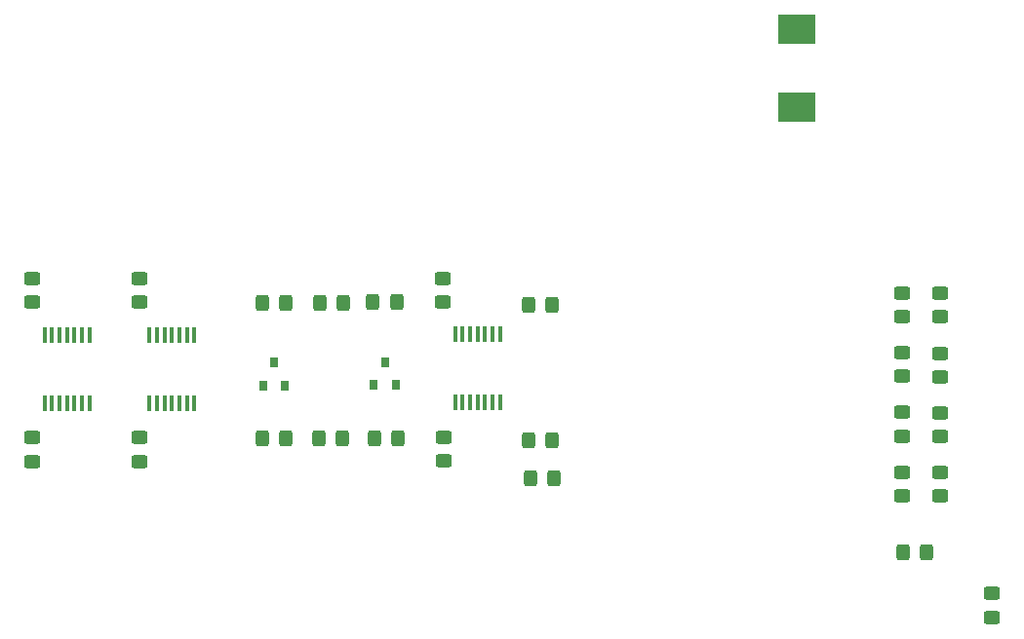
<source format=gbr>
G04 #@! TF.GenerationSoftware,KiCad,Pcbnew,(6.0.4-0)*
G04 #@! TF.CreationDate,2022-04-08T08:31:38+02:00*
G04 #@! TF.ProjectId,FluCom2,466c7543-6f6d-4322-9e6b-696361645f70,2.3*
G04 #@! TF.SameCoordinates,Original*
G04 #@! TF.FileFunction,Paste,Top*
G04 #@! TF.FilePolarity,Positive*
%FSLAX46Y46*%
G04 Gerber Fmt 4.6, Leading zero omitted, Abs format (unit mm)*
G04 Created by KiCad (PCBNEW (6.0.4-0)) date 2022-04-08 08:31:38*
%MOMM*%
%LPD*%
G01*
G04 APERTURE LIST*
G04 Aperture macros list*
%AMRoundRect*
0 Rectangle with rounded corners*
0 $1 Rounding radius*
0 $2 $3 $4 $5 $6 $7 $8 $9 X,Y pos of 4 corners*
0 Add a 4 corners polygon primitive as box body*
4,1,4,$2,$3,$4,$5,$6,$7,$8,$9,$2,$3,0*
0 Add four circle primitives for the rounded corners*
1,1,$1+$1,$2,$3*
1,1,$1+$1,$4,$5*
1,1,$1+$1,$6,$7*
1,1,$1+$1,$8,$9*
0 Add four rect primitives between the rounded corners*
20,1,$1+$1,$2,$3,$4,$5,0*
20,1,$1+$1,$4,$5,$6,$7,0*
20,1,$1+$1,$6,$7,$8,$9,0*
20,1,$1+$1,$8,$9,$2,$3,0*%
G04 Aperture macros list end*
%ADD10RoundRect,0.250000X-0.450000X0.325000X-0.450000X-0.325000X0.450000X-0.325000X0.450000X0.325000X0*%
%ADD11RoundRect,0.250000X0.450000X-0.325000X0.450000X0.325000X-0.450000X0.325000X-0.450000X-0.325000X0*%
%ADD12R,3.300000X2.500000*%
%ADD13R,0.800000X0.900000*%
%ADD14RoundRect,0.250000X0.325000X0.450000X-0.325000X0.450000X-0.325000X-0.450000X0.325000X-0.450000X0*%
%ADD15R,0.450000X1.450000*%
%ADD16RoundRect,0.250000X-0.325000X-0.450000X0.325000X-0.450000X0.325000X0.450000X-0.325000X0.450000X0*%
G04 APERTURE END LIST*
D10*
X80400000Y-121075000D03*
X80400000Y-123125000D03*
X89700000Y-121075000D03*
X89700000Y-123125000D03*
D11*
X89700000Y-109300000D03*
X89700000Y-107250000D03*
D10*
X163703000Y-134611000D03*
X163703000Y-136661000D03*
D11*
X155875000Y-115735000D03*
X155875000Y-113685000D03*
D10*
X155875000Y-124100000D03*
X155875000Y-126150000D03*
D11*
X155875000Y-120920000D03*
X155875000Y-118870000D03*
X155875000Y-110550000D03*
X155875000Y-108500000D03*
D12*
X146750000Y-92350000D03*
X146750000Y-85550000D03*
D13*
X110050000Y-116500000D03*
X111950000Y-116500000D03*
X111000000Y-114500000D03*
D11*
X159175000Y-115766666D03*
X159175000Y-113716666D03*
X159175000Y-120958332D03*
X159175000Y-118908332D03*
X159175000Y-110575000D03*
X159175000Y-108525000D03*
D14*
X112125000Y-121100000D03*
X110075000Y-121100000D03*
X107300000Y-121150000D03*
X105250000Y-121150000D03*
D15*
X81450000Y-118050000D03*
X82100000Y-118050000D03*
X82750000Y-118050000D03*
X83400000Y-118050000D03*
X84050000Y-118050000D03*
X84700000Y-118050000D03*
X85350000Y-118050000D03*
X85350000Y-112150000D03*
X84700000Y-112150000D03*
X84050000Y-112150000D03*
X83400000Y-112150000D03*
X82750000Y-112150000D03*
X82100000Y-112150000D03*
X81450000Y-112150000D03*
X90550000Y-118050000D03*
X91200000Y-118050000D03*
X91850000Y-118050000D03*
X92500000Y-118050000D03*
X93150000Y-118050000D03*
X93800000Y-118050000D03*
X94450000Y-118050000D03*
X94450000Y-112150000D03*
X93800000Y-112150000D03*
X93150000Y-112150000D03*
X92500000Y-112150000D03*
X91850000Y-112150000D03*
X91200000Y-112150000D03*
X90550000Y-112150000D03*
D14*
X102377000Y-121150000D03*
X100327000Y-121150000D03*
X102377000Y-109350000D03*
X100327000Y-109350000D03*
D13*
X100402000Y-116550000D03*
X102302000Y-116550000D03*
X101352000Y-114550000D03*
D16*
X109950000Y-109300000D03*
X112000000Y-109300000D03*
X123625001Y-124550001D03*
X125675001Y-124550001D03*
D11*
X80400000Y-109300000D03*
X80400000Y-107250000D03*
D10*
X116127000Y-121022000D03*
X116127000Y-123072000D03*
D11*
X116000000Y-109247000D03*
X116000000Y-107197000D03*
D15*
X117098000Y-117997000D03*
X117748000Y-117997000D03*
X118398000Y-117997000D03*
X119048000Y-117997000D03*
X119698000Y-117997000D03*
X120348000Y-117997000D03*
X120998000Y-117997000D03*
X120998000Y-112097000D03*
X120348000Y-112097000D03*
X119698000Y-112097000D03*
X119048000Y-112097000D03*
X118398000Y-112097000D03*
X117748000Y-112097000D03*
X117098000Y-112097000D03*
D16*
X155950000Y-131000000D03*
X158000000Y-131000000D03*
D11*
X159175000Y-126150000D03*
X159175000Y-124100000D03*
D14*
X125525000Y-109500000D03*
X123475000Y-109500000D03*
D16*
X105350000Y-109350000D03*
X107400000Y-109350000D03*
X123475000Y-121300000D03*
X125525000Y-121300000D03*
M02*

</source>
